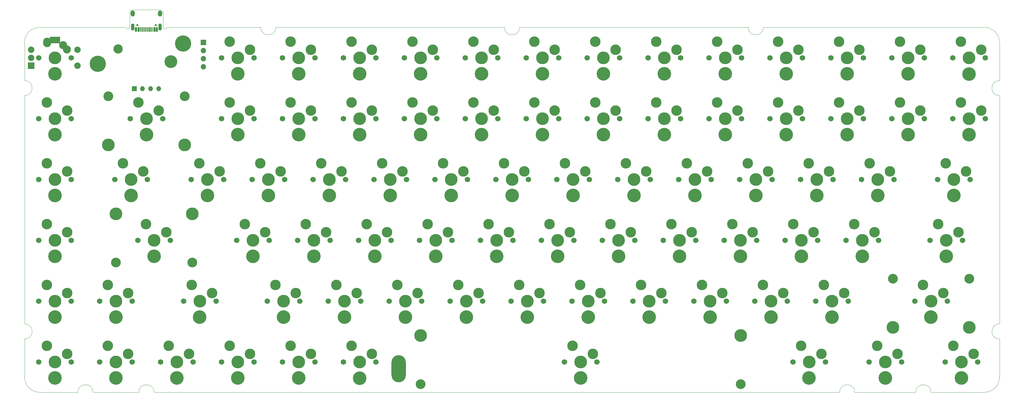
<source format=gbr>
%TF.GenerationSoftware,KiCad,Pcbnew,(6.0.2-0)*%
%TF.CreationDate,2022-03-20T22:32:53+07:00*%
%TF.ProjectId,kb-lone,6b622d6c-6f6e-4652-9e6b-696361645f70,rev?*%
%TF.SameCoordinates,Original*%
%TF.FileFunction,Soldermask,Bot*%
%TF.FilePolarity,Negative*%
%FSLAX46Y46*%
G04 Gerber Fmt 4.6, Leading zero omitted, Abs format (unit mm)*
G04 Created by KiCad (PCBNEW (6.0.2-0)) date 2022-03-20 22:32:53*
%MOMM*%
%LPD*%
G01*
G04 APERTURE LIST*
G04 Aperture macros list*
%AMRoundRect*
0 Rectangle with rounded corners*
0 $1 Rounding radius*
0 $2 $3 $4 $5 $6 $7 $8 $9 X,Y pos of 4 corners*
0 Add a 4 corners polygon primitive as box body*
4,1,4,$2,$3,$4,$5,$6,$7,$8,$9,$2,$3,0*
0 Add four circle primitives for the rounded corners*
1,1,$1+$1,$2,$3*
1,1,$1+$1,$4,$5*
1,1,$1+$1,$6,$7*
1,1,$1+$1,$8,$9*
0 Add four rect primitives between the rounded corners*
20,1,$1+$1,$2,$3,$4,$5,0*
20,1,$1+$1,$4,$5,$6,$7,0*
20,1,$1+$1,$6,$7,$8,$9,0*
20,1,$1+$1,$8,$9,$2,$3,0*%
G04 Aperture macros list end*
%TA.AperFunction,Profile*%
%ADD10C,0.100000*%
%TD*%
%ADD11C,4.250000*%
%ADD12C,3.302000*%
%ADD13C,1.701800*%
%ADD14C,3.987800*%
%ADD15C,4.000000*%
%ADD16C,2.900000*%
%ADD17O,2.500000X3.000000*%
%ADD18C,2.500000*%
%ADD19R,1.524000X1.524000*%
%ADD20O,1.524000X1.524000*%
%ADD21C,3.048000*%
%ADD22O,4.500000X8.500000*%
%ADD23R,1.700000X1.700000*%
%ADD24O,1.700000X1.700000*%
%ADD25C,5.080000*%
%ADD26R,2.000000X2.000000*%
%ADD27C,2.000000*%
%ADD28R,3.200000X2.000000*%
%ADD29C,0.650000*%
%ADD30RoundRect,0.150000X-0.150000X-0.575000X0.150000X-0.575000X0.150000X0.575000X-0.150000X0.575000X0*%
%ADD31RoundRect,0.075000X-0.075000X-0.650000X0.075000X-0.650000X0.075000X0.650000X-0.075000X0.650000X0*%
%ADD32O,1.100000X2.200000*%
%ADD33O,1.300000X1.900000*%
G04 APERTURE END LIST*
D10*
X352425000Y-169068750D02*
G75*
G03*
X357187500Y-164306250I0J4762500D01*
G01*
X357187500Y-71437500D02*
X357187500Y-59531250D01*
X283368750Y-54768750D02*
X352425000Y-54768750D01*
X95690000Y-54768842D02*
G75*
G03*
X96880626Y-54768796I595313J0D01*
G01*
X311943750Y-169068750D02*
G75*
G03*
X307181250Y-169068750I-2381250J0D01*
G01*
X95692892Y-50277104D02*
X95690000Y-54768842D01*
X357187500Y-71437500D02*
G75*
G03*
X357187500Y-76200000I0J-2381250D01*
G01*
X52387500Y-59531250D02*
X52387500Y-71437500D01*
X96880626Y-54768796D02*
X126206250Y-54768750D01*
X52387500Y-76200000D02*
G75*
G03*
X52387500Y-71437500I0J2381250D01*
G01*
X88106250Y-169068750D02*
X73818750Y-169068750D01*
X335756250Y-169068750D02*
G75*
G03*
X330993750Y-169068750I-2381250J0D01*
G01*
X73818750Y-169068750D02*
G75*
G03*
X69056250Y-169068750I-2381250J0D01*
G01*
X311943750Y-169068750D02*
X330993750Y-169068750D01*
X278606250Y-54768750D02*
G75*
G03*
X283368750Y-54768750I2381250J0D01*
G01*
X69056250Y-169068750D02*
X57150000Y-169068750D01*
X52387500Y-164306250D02*
G75*
G03*
X57150000Y-169068750I4762500J0D01*
G01*
X357187500Y-147637500D02*
X357187500Y-76200000D01*
X335756250Y-169068750D02*
X352425000Y-169068750D01*
X86287104Y-49277108D02*
X94692896Y-49277108D01*
X85287108Y-50277104D02*
X85287108Y-54768750D01*
X84096482Y-54768796D02*
X57150000Y-54768750D01*
X52387500Y-152400000D02*
G75*
G03*
X52387500Y-147637500I0J2381250D01*
G01*
X57150000Y-54768750D02*
G75*
G03*
X52387500Y-59531250I0J-4762500D01*
G01*
X357187500Y-59531250D02*
G75*
G03*
X352425000Y-54768750I-4762500J0D01*
G01*
X95692892Y-50277104D02*
G75*
G03*
X94692896Y-49277108I-999996J0D01*
G01*
X202406250Y-54768750D02*
G75*
G03*
X207168750Y-54768750I2381250J0D01*
G01*
X84096482Y-54768796D02*
G75*
G03*
X85287108Y-54768750I595313J0D01*
G01*
X126206250Y-54768750D02*
G75*
G03*
X130968750Y-54768750I2381250J0D01*
G01*
X52387500Y-152400000D02*
X52387500Y-164306250D01*
X357187500Y-147637500D02*
G75*
G03*
X357187500Y-152400000I0J-2381250D01*
G01*
X92868750Y-169068750D02*
G75*
G03*
X88106250Y-169068750I-2381250J0D01*
G01*
X52387500Y-76200000D02*
X52387500Y-147637500D01*
X86287104Y-49277108D02*
G75*
G03*
X85287108Y-50277104I0J-999996D01*
G01*
X307181250Y-169068750D02*
X92868750Y-169068750D01*
X357187500Y-152400000D02*
X357187500Y-164306250D01*
X207168750Y-54768750D02*
X278606250Y-54768750D01*
X130968750Y-54768750D02*
X202406250Y-54768750D01*
D11*
%TO.C,D131*%
X295270000Y-126520000D03*
%TD*%
%TO.C,D143*%
X335750000Y-145570000D03*
%TD*%
D12*
%TO.C,SW56*%
X140335000Y-116363750D03*
X146685000Y-118903750D03*
D13*
X137795000Y-121443750D03*
X147955000Y-121443750D03*
D14*
X142875000Y-121443750D03*
%TD*%
D12*
%TO.C,SW33*%
X303847500Y-99853750D03*
X297497500Y-97313750D03*
D13*
X305117500Y-102393750D03*
D14*
X300037500Y-102393750D03*
D13*
X294957500Y-102393750D03*
%TD*%
D12*
%TO.C,SW72*%
X84772500Y-137953750D03*
D14*
X80962500Y-140493750D03*
D12*
X78422500Y-135413750D03*
D13*
X75882500Y-140493750D03*
X86042500Y-140493750D03*
%TD*%
D11*
%TO.C,D96*%
X138110000Y-69370000D03*
%TD*%
%TO.C,D158*%
X321470000Y-164620000D03*
%TD*%
D13*
%TO.C,SW7*%
X257492500Y-64293750D03*
X247332500Y-64293750D03*
D12*
X249872500Y-59213750D03*
X256222500Y-61753750D03*
D14*
X252412500Y-64293750D03*
%TD*%
D12*
%TO.C,SW81*%
X103822500Y-157003750D03*
D14*
X100012500Y-159543750D03*
D13*
X105092500Y-159543750D03*
X94932500Y-159543750D03*
D12*
X97472500Y-154463750D03*
%TD*%
D11*
%TO.C,D110*%
X138110000Y-88420000D03*
%TD*%
D13*
%TO.C,SW70*%
X128270000Y-140493750D03*
X138430000Y-140493750D03*
D14*
X133350000Y-140493750D03*
D12*
X137160000Y-137953750D03*
X130810000Y-135413750D03*
%TD*%
D13*
%TO.C,SW37*%
X228917500Y-102393750D03*
D12*
X221297500Y-97313750D03*
X227647500Y-99853750D03*
D13*
X218757500Y-102393750D03*
D14*
X223837500Y-102393750D03*
%TD*%
D11*
%TO.C,D117*%
X280990000Y-107470000D03*
%TD*%
%TO.C,D148*%
X228600000Y-145570000D03*
%TD*%
D12*
%TO.C,SW54*%
X184785000Y-118903750D03*
D13*
X175895000Y-121443750D03*
X186055000Y-121443750D03*
D12*
X178435000Y-116363750D03*
D14*
X180975000Y-121443750D03*
%TD*%
%TO.C,SW6*%
X271462500Y-64293750D03*
D12*
X275272500Y-61753750D03*
X268922500Y-59213750D03*
D13*
X266382500Y-64293750D03*
X276542500Y-64293750D03*
%TD*%
D11*
%TO.C,D119*%
X242890000Y-107470000D03*
%TD*%
%TO.C,D111*%
X119060000Y-88420000D03*
%TD*%
D13*
%TO.C,SW74*%
X350361250Y-159543750D03*
D12*
X349091250Y-157003750D03*
D13*
X340201250Y-159543750D03*
D14*
X345281250Y-159543750D03*
D12*
X342741250Y-154463750D03*
%TD*%
%TO.C,SW16*%
X351472500Y-80803750D03*
D14*
X347662500Y-83343750D03*
D12*
X345122500Y-78263750D03*
D13*
X342582500Y-83343750D03*
X352742500Y-83343750D03*
%TD*%
D11*
%TO.C,D123*%
X166690000Y-107470000D03*
%TD*%
D15*
%TO.C,H9*%
X98160000Y-65490000D03*
%TD*%
D13*
%TO.C,SW12*%
X162242500Y-64293750D03*
D14*
X157162500Y-64293750D03*
D13*
X152082500Y-64293750D03*
D12*
X160972500Y-61753750D03*
X154622500Y-59213750D03*
%TD*%
D11*
%TO.C,D149*%
X209550000Y-145570000D03*
%TD*%
D12*
%TO.C,SW75*%
X318928750Y-154463750D03*
D14*
X321468750Y-159543750D03*
D13*
X316388750Y-159543750D03*
D12*
X325278750Y-157003750D03*
D13*
X326548750Y-159543750D03*
%TD*%
D12*
%TO.C,SW39*%
X189547500Y-99853750D03*
D13*
X190817500Y-102393750D03*
D14*
X185737500Y-102393750D03*
D13*
X180657500Y-102393750D03*
D12*
X183197500Y-97313750D03*
%TD*%
D11*
%TO.C,D159*%
X297650000Y-164620000D03*
%TD*%
D12*
%TO.C,SW11*%
X180022500Y-61753750D03*
D13*
X171132500Y-64293750D03*
D14*
X176212500Y-64293750D03*
D13*
X181292500Y-64293750D03*
D12*
X173672500Y-59213750D03*
%TD*%
D16*
%TO.C,H1*%
X81650000Y-61510000D03*
%TD*%
D11*
%TO.C,D136*%
X200020000Y-126520000D03*
%TD*%
D14*
%TO.C,SW15*%
X61930000Y-64330000D03*
D13*
X67010000Y-64330000D03*
X56850000Y-64330000D03*
D17*
X59430000Y-59530000D03*
D18*
X65630000Y-61730000D03*
X64430000Y-60330000D03*
%TD*%
D11*
%TO.C,D88*%
X290510000Y-69370000D03*
%TD*%
D13*
%TO.C,SW27*%
X133032500Y-83343750D03*
D12*
X141922500Y-80803750D03*
D14*
X138112500Y-83343750D03*
D12*
X135572500Y-78263750D03*
D13*
X143192500Y-83343750D03*
%TD*%
D11*
%TO.C,D99*%
X347660000Y-88420000D03*
%TD*%
%TO.C,D127*%
X85720000Y-107470000D03*
%TD*%
%TO.C,D95*%
X157160000Y-69370000D03*
%TD*%
D13*
%TO.C,SW82*%
X86042500Y-159543750D03*
X75882500Y-159543750D03*
D12*
X84772500Y-157003750D03*
X78422500Y-154463750D03*
D14*
X80962500Y-159543750D03*
%TD*%
D11*
%TO.C,D134*%
X238120000Y-126520000D03*
%TD*%
D12*
%TO.C,SW8*%
X230822500Y-59213750D03*
D14*
X233362500Y-64293750D03*
D12*
X237172500Y-61753750D03*
D13*
X228282500Y-64293750D03*
X238442500Y-64293750D03*
%TD*%
%TO.C,SW71*%
X102076250Y-140493750D03*
X112236250Y-140493750D03*
D12*
X110966250Y-137953750D03*
D14*
X107156250Y-140493750D03*
D12*
X104616250Y-135413750D03*
%TD*%
D11*
%TO.C,D163*%
X119060000Y-164620000D03*
%TD*%
D13*
%TO.C,SW83*%
X56832500Y-159543750D03*
D12*
X59372500Y-154463750D03*
D14*
X61912500Y-159543750D03*
D12*
X65722500Y-157003750D03*
D13*
X66992500Y-159543750D03*
%TD*%
D14*
%TO.C,SW41*%
X147637500Y-102393750D03*
D13*
X142557500Y-102393750D03*
D12*
X145097500Y-97313750D03*
X151447500Y-99853750D03*
D13*
X152717500Y-102393750D03*
%TD*%
D11*
%TO.C,D89*%
X271460000Y-69370000D03*
%TD*%
D13*
%TO.C,SW9*%
X219392500Y-64293750D03*
D12*
X218122500Y-61753750D03*
X211772500Y-59213750D03*
D13*
X209232500Y-64293750D03*
D14*
X214312500Y-64293750D03*
%TD*%
%TO.C,SW69*%
X152400000Y-140493750D03*
D13*
X157480000Y-140493750D03*
D12*
X156210000Y-137953750D03*
D13*
X147320000Y-140493750D03*
D12*
X149860000Y-135413750D03*
%TD*%
D11*
%TO.C,D141*%
X92870000Y-126520000D03*
%TD*%
%TO.C,D137*%
X180970000Y-126520000D03*
%TD*%
%TO.C,D155*%
X80960000Y-145570000D03*
%TD*%
D12*
%TO.C,SW18*%
X307022500Y-78263750D03*
D14*
X309562500Y-83343750D03*
D13*
X304482500Y-83343750D03*
D12*
X313372500Y-80803750D03*
D13*
X314642500Y-83343750D03*
%TD*%
D14*
%TO.C,SW24*%
X195262500Y-83343750D03*
D12*
X199072500Y-80803750D03*
D13*
X200342500Y-83343750D03*
D12*
X192722500Y-78263750D03*
D13*
X190182500Y-83343750D03*
%TD*%
D11*
%TO.C,D100*%
X328610000Y-88420000D03*
%TD*%
D12*
%TO.C,SW44*%
X83185000Y-97313750D03*
D13*
X90805000Y-102393750D03*
D14*
X85725000Y-102393750D03*
D12*
X89535000Y-99853750D03*
D13*
X80645000Y-102393750D03*
%TD*%
%TO.C,SW31*%
X337820000Y-102393750D03*
D12*
X346710000Y-99853750D03*
D13*
X347980000Y-102393750D03*
D14*
X342900000Y-102393750D03*
D12*
X340360000Y-97313750D03*
%TD*%
D11*
%TO.C,D156*%
X61910000Y-145570000D03*
%TD*%
%TO.C,D165*%
X80960000Y-164620000D03*
%TD*%
%TO.C,D151*%
X171450000Y-145570000D03*
%TD*%
D12*
%TO.C,SW78*%
X154622500Y-154463750D03*
D14*
X157162500Y-159543750D03*
D12*
X160972500Y-157003750D03*
D13*
X162242500Y-159543750D03*
X152082500Y-159543750D03*
%TD*%
D11*
%TO.C,D93*%
X195260000Y-69370000D03*
%TD*%
D13*
%TO.C,SW26*%
X162242500Y-83343750D03*
X152082500Y-83343750D03*
D12*
X160972500Y-80803750D03*
D14*
X157162500Y-83343750D03*
D12*
X154622500Y-78263750D03*
%TD*%
%TO.C,SW46*%
X337978750Y-116363750D03*
X344328750Y-118903750D03*
D13*
X335438750Y-121443750D03*
X345598750Y-121443750D03*
D14*
X340518750Y-121443750D03*
%TD*%
D12*
%TO.C,SW50*%
X254635000Y-116363750D03*
D13*
X252095000Y-121443750D03*
X262255000Y-121443750D03*
D12*
X260985000Y-118903750D03*
D14*
X257175000Y-121443750D03*
%TD*%
D11*
%TO.C,D125*%
X128590000Y-107470000D03*
%TD*%
%TO.C,D113*%
X61910000Y-88420000D03*
%TD*%
%TO.C,D140*%
X123820000Y-126520000D03*
%TD*%
%TO.C,D122*%
X185740000Y-107470000D03*
%TD*%
%TO.C,D162*%
X138110000Y-164620000D03*
%TD*%
D14*
%TO.C,SW5*%
X290512500Y-64293750D03*
D12*
X287972500Y-59213750D03*
X294322500Y-61753750D03*
D13*
X285432500Y-64293750D03*
X295592500Y-64293750D03*
%TD*%
D11*
%TO.C,D107*%
X195260000Y-88420000D03*
%TD*%
%TO.C,D86*%
X328610000Y-69370000D03*
%TD*%
%TO.C,D142*%
X61910000Y-126520000D03*
%TD*%
%TO.C,D146*%
X266700000Y-145570000D03*
%TD*%
D13*
%TO.C,SW48*%
X290195000Y-121443750D03*
D12*
X292735000Y-116363750D03*
D14*
X295275000Y-121443750D03*
D13*
X300355000Y-121443750D03*
D12*
X299085000Y-118903750D03*
%TD*%
D14*
%TO.C,SW64*%
X247650000Y-140493750D03*
D13*
X252730000Y-140493750D03*
X242570000Y-140493750D03*
D12*
X251460000Y-137953750D03*
X245110000Y-135413750D03*
%TD*%
D11*
%TO.C,D114*%
X342900000Y-107470000D03*
%TD*%
D12*
%TO.C,SW55*%
X165735000Y-118903750D03*
D14*
X161925000Y-121443750D03*
D13*
X156845000Y-121443750D03*
X167005000Y-121443750D03*
D12*
X159385000Y-116363750D03*
%TD*%
%TO.C,SW51*%
X235585000Y-116363750D03*
D13*
X243205000Y-121443750D03*
D12*
X241935000Y-118903750D03*
D14*
X238125000Y-121443750D03*
D13*
X233045000Y-121443750D03*
%TD*%
D12*
%TO.C,SW3*%
X332422500Y-61753750D03*
X326072500Y-59213750D03*
D13*
X323532500Y-64293750D03*
X333692500Y-64293750D03*
D14*
X328612500Y-64293750D03*
%TD*%
D19*
%TO.C,X1*%
X86680000Y-74010000D03*
D20*
X89220000Y-74010000D03*
X91760000Y-74010000D03*
X94300000Y-74010000D03*
%TD*%
D12*
%TO.C,SW59*%
X59372500Y-116363750D03*
X65722500Y-118903750D03*
D13*
X56832500Y-121443750D03*
X66992500Y-121443750D03*
D14*
X61912500Y-121443750D03*
%TD*%
D11*
%TO.C,D124*%
X147640000Y-107470000D03*
%TD*%
D12*
%TO.C,SW17*%
X326072500Y-78263750D03*
D14*
X328612500Y-83343750D03*
D12*
X332422500Y-80803750D03*
D13*
X323532500Y-83343750D03*
X333692500Y-83343750D03*
%TD*%
D14*
%TO.C,SW67*%
X190500000Y-140493750D03*
D12*
X187960000Y-135413750D03*
D13*
X185420000Y-140493750D03*
D12*
X194310000Y-137953750D03*
D13*
X195580000Y-140493750D03*
%TD*%
D14*
%TO.C,SW40*%
X166687500Y-102393750D03*
D13*
X161607500Y-102393750D03*
X171767500Y-102393750D03*
D12*
X170497500Y-99853750D03*
X164147500Y-97313750D03*
%TD*%
D13*
%TO.C,SW43*%
X114617500Y-102393750D03*
D14*
X109537500Y-102393750D03*
D12*
X106997500Y-97313750D03*
X113347500Y-99853750D03*
D13*
X104457500Y-102393750D03*
%TD*%
D11*
%TO.C,D157*%
X345280000Y-164620000D03*
%TD*%
%TO.C,D154*%
X107150000Y-145570000D03*
%TD*%
%TO.C,D138*%
X161920000Y-126520000D03*
%TD*%
%TO.C,D139*%
X142870000Y-126520000D03*
%TD*%
%TO.C,D112*%
X90490000Y-88420000D03*
%TD*%
D12*
%TO.C,SW60*%
X339566250Y-137953750D03*
D13*
X330676250Y-140493750D03*
X340836250Y-140493750D03*
D14*
X323818250Y-148748750D03*
X347694250Y-148748750D03*
D12*
X333216250Y-135413750D03*
D21*
X323818250Y-133508750D03*
D14*
X335756250Y-140493750D03*
D21*
X347694250Y-133508750D03*
%TD*%
D11*
%TO.C,D118*%
X261940000Y-107470000D03*
%TD*%
%TO.C,D161*%
X157170000Y-164640000D03*
%TD*%
%TO.C,D144*%
X304800000Y-145570000D03*
%TD*%
D12*
%TO.C,SW35*%
X265747500Y-99853750D03*
D13*
X256857500Y-102393750D03*
D12*
X259397500Y-97313750D03*
D14*
X261937500Y-102393750D03*
D13*
X267017500Y-102393750D03*
%TD*%
D12*
%TO.C,SW25*%
X180022500Y-80803750D03*
D13*
X171132500Y-83343750D03*
D12*
X173672500Y-78263750D03*
D14*
X176212500Y-83343750D03*
D13*
X181292500Y-83343750D03*
%TD*%
D12*
%TO.C,SW49*%
X273685000Y-116363750D03*
D13*
X271145000Y-121443750D03*
D12*
X280035000Y-118903750D03*
D13*
X281305000Y-121443750D03*
D14*
X276225000Y-121443750D03*
%TD*%
%TO.C,SW2*%
X347662500Y-64293750D03*
D13*
X352742500Y-64293750D03*
D12*
X345122500Y-59213750D03*
D13*
X342582500Y-64293750D03*
D12*
X351472500Y-61753750D03*
%TD*%
%TO.C,SW21*%
X256222500Y-80803750D03*
D13*
X257492500Y-83343750D03*
D14*
X252412500Y-83343750D03*
D12*
X249872500Y-78263750D03*
D13*
X247332500Y-83343750D03*
%TD*%
D11*
%TO.C,D94*%
X176210000Y-69370000D03*
%TD*%
D12*
%TO.C,SW73*%
X65722500Y-137953750D03*
D14*
X61912500Y-140493750D03*
D13*
X66992500Y-140493750D03*
X56832500Y-140493750D03*
D12*
X59372500Y-135413750D03*
%TD*%
D11*
%TO.C,D90*%
X252410000Y-69370000D03*
%TD*%
%TO.C,D135*%
X219070000Y-126520000D03*
%TD*%
D14*
%TO.C,SW47*%
X314325000Y-121443750D03*
D13*
X309245000Y-121443750D03*
D12*
X311785000Y-116363750D03*
D13*
X319405000Y-121443750D03*
D12*
X318135000Y-118903750D03*
%TD*%
D11*
%TO.C,D166*%
X61910000Y-164620000D03*
%TD*%
D12*
%TO.C,SW14*%
X116522500Y-59213750D03*
D13*
X113982500Y-64293750D03*
D14*
X119062500Y-64293750D03*
D12*
X122872500Y-61753750D03*
D13*
X124142500Y-64293750D03*
%TD*%
D14*
%TO.C,SW36*%
X242887500Y-102393750D03*
D12*
X240347500Y-97313750D03*
D13*
X237807500Y-102393750D03*
D12*
X246697500Y-99853750D03*
D13*
X247967500Y-102393750D03*
%TD*%
D11*
%TO.C,D87*%
X309560000Y-69370000D03*
%TD*%
D12*
%TO.C,SW65*%
X226060000Y-135413750D03*
D13*
X233680000Y-140493750D03*
D12*
X232410000Y-137953750D03*
D13*
X223520000Y-140493750D03*
D14*
X228600000Y-140493750D03*
%TD*%
D11*
%TO.C,D150*%
X190500000Y-145570000D03*
%TD*%
D13*
%TO.C,SW61*%
X299720000Y-140493750D03*
D14*
X304800000Y-140493750D03*
D12*
X302260000Y-135413750D03*
D13*
X309880000Y-140493750D03*
D12*
X308610000Y-137953750D03*
%TD*%
D11*
%TO.C,D97*%
X119060000Y-69370000D03*
%TD*%
D13*
%TO.C,SW30*%
X66992500Y-83343750D03*
D12*
X65722500Y-80803750D03*
D14*
X61912500Y-83343750D03*
D12*
X59372500Y-78263750D03*
D13*
X56832500Y-83343750D03*
%TD*%
D14*
%TO.C,SW57*%
X123825000Y-121443750D03*
D13*
X118745000Y-121443750D03*
D12*
X127635000Y-118903750D03*
D13*
X128905000Y-121443750D03*
D12*
X121285000Y-116363750D03*
%TD*%
D11*
%TO.C,D128*%
X61910000Y-107470000D03*
%TD*%
%TO.C,D102*%
X290510000Y-88420000D03*
%TD*%
%TO.C,D98*%
X61910000Y-69370000D03*
%TD*%
%TO.C,D92*%
X214310000Y-69370000D03*
%TD*%
%TO.C,D147*%
X247650000Y-145570000D03*
%TD*%
%TO.C,D126*%
X109540000Y-107470000D03*
%TD*%
D13*
%TO.C,SW22*%
X238442500Y-83343750D03*
D12*
X237172500Y-80803750D03*
D14*
X233362500Y-83343750D03*
D12*
X230822500Y-78263750D03*
D13*
X228282500Y-83343750D03*
%TD*%
D11*
%TO.C,D109*%
X157160000Y-88420000D03*
%TD*%
%TO.C,D85*%
X347662500Y-69375000D03*
%TD*%
%TO.C,D130*%
X314320000Y-126520000D03*
%TD*%
%TO.C,D116*%
X300040000Y-107470000D03*
%TD*%
D13*
%TO.C,SW34*%
X275907500Y-102393750D03*
D14*
X280987500Y-102393750D03*
D12*
X278447500Y-97313750D03*
X284797500Y-99853750D03*
D13*
X286067500Y-102393750D03*
%TD*%
D11*
%TO.C,D145*%
X285750000Y-145570000D03*
%TD*%
D14*
%TO.C,SW52*%
X219075000Y-121443750D03*
D12*
X222885000Y-118903750D03*
X216535000Y-116363750D03*
D13*
X213995000Y-121443750D03*
X224155000Y-121443750D03*
%TD*%
D14*
%TO.C,SW63*%
X266700000Y-140493750D03*
D13*
X261620000Y-140493750D03*
D12*
X270510000Y-137953750D03*
D13*
X271780000Y-140493750D03*
D12*
X264160000Y-135413750D03*
%TD*%
%TO.C,SW45*%
X65722500Y-99853750D03*
D14*
X61912500Y-102393750D03*
D12*
X59372500Y-97313750D03*
D13*
X66992500Y-102393750D03*
X56832500Y-102393750D03*
%TD*%
D12*
%TO.C,SW20*%
X275272500Y-80803750D03*
D13*
X266382500Y-83343750D03*
X276542500Y-83343750D03*
D14*
X271462500Y-83343750D03*
D12*
X268922500Y-78263750D03*
%TD*%
D11*
%TO.C,D153*%
X133350000Y-145570000D03*
%TD*%
D12*
%TO.C,SW4*%
X313372500Y-61753750D03*
D14*
X309562500Y-64293750D03*
D13*
X304482500Y-64293750D03*
D12*
X307022500Y-59213750D03*
D13*
X314642500Y-64293750D03*
%TD*%
D11*
%TO.C,D103*%
X271460000Y-88420000D03*
%TD*%
D12*
%TO.C,SW42*%
X132397500Y-99853750D03*
D14*
X128587500Y-102393750D03*
D13*
X133667500Y-102393750D03*
X123507500Y-102393750D03*
D12*
X126047500Y-97313750D03*
%TD*%
D13*
%TO.C,SW76*%
X302736250Y-159543750D03*
D12*
X301466250Y-157003750D03*
X295116250Y-154463750D03*
D14*
X297656250Y-159543750D03*
D13*
X292576250Y-159543750D03*
%TD*%
%TO.C,SW38*%
X209867500Y-102393750D03*
X199707500Y-102393750D03*
D12*
X208597500Y-99853750D03*
X202247500Y-97313750D03*
D14*
X204787500Y-102393750D03*
%TD*%
%TO.C,SW58*%
X104806750Y-113188750D03*
D21*
X104806750Y-128428750D03*
D13*
X97948750Y-121443750D03*
X87788750Y-121443750D03*
D14*
X80930750Y-113188750D03*
X92868750Y-121443750D03*
D12*
X90328750Y-116363750D03*
D21*
X80930750Y-128428750D03*
D12*
X96678750Y-118903750D03*
%TD*%
D11*
%TO.C,D152*%
X152400000Y-145570000D03*
%TD*%
%TO.C,D106*%
X214310000Y-88420000D03*
%TD*%
D12*
%TO.C,SW32*%
X322897500Y-99853750D03*
D13*
X324167500Y-102393750D03*
X314007500Y-102393750D03*
D12*
X316547500Y-97313750D03*
D14*
X319087500Y-102393750D03*
%TD*%
D11*
%TO.C,D108*%
X176210000Y-88420000D03*
%TD*%
%TO.C,D104*%
X252410000Y-88420000D03*
%TD*%
D21*
%TO.C,SW29*%
X102425500Y-76358750D03*
D13*
X85407500Y-83343750D03*
D14*
X102425500Y-91598750D03*
D13*
X95567500Y-83343750D03*
D12*
X94297500Y-80803750D03*
D21*
X78549500Y-76358750D03*
D12*
X87947500Y-78263750D03*
D14*
X78549500Y-91598750D03*
X90487500Y-83343750D03*
%TD*%
D11*
%TO.C,D105*%
X233360000Y-88420000D03*
%TD*%
D13*
%TO.C,SW68*%
X176530000Y-140493750D03*
D14*
X171450000Y-140493750D03*
D12*
X168910000Y-135413750D03*
X175260000Y-137953750D03*
D13*
X166370000Y-140493750D03*
%TD*%
D12*
%TO.C,SW53*%
X197485000Y-116363750D03*
X203835000Y-118903750D03*
D13*
X194945000Y-121443750D03*
X205105000Y-121443750D03*
D14*
X200025000Y-121443750D03*
%TD*%
D11*
%TO.C,D132*%
X276220000Y-126520000D03*
%TD*%
D13*
%TO.C,SW79*%
X133032500Y-159543750D03*
X143192500Y-159543750D03*
D12*
X141922500Y-157003750D03*
D14*
X138112500Y-159543750D03*
D12*
X135572500Y-154463750D03*
%TD*%
%TO.C,SW10*%
X192722500Y-59213750D03*
D13*
X200342500Y-64293750D03*
X190182500Y-64293750D03*
D12*
X199072500Y-61753750D03*
D14*
X195262500Y-64293750D03*
%TD*%
D11*
%TO.C,D115*%
X319090000Y-107470000D03*
%TD*%
D12*
%TO.C,SW80*%
X116522500Y-154463750D03*
D13*
X124142500Y-159543750D03*
D14*
X119062500Y-159543750D03*
D12*
X122872500Y-157003750D03*
D13*
X113982500Y-159543750D03*
%TD*%
D11*
%TO.C,D129*%
X340520000Y-126520000D03*
%TD*%
D12*
%TO.C,SW13*%
X135572500Y-59213750D03*
X141922500Y-61753750D03*
D13*
X133032500Y-64293750D03*
X143192500Y-64293750D03*
D14*
X138112500Y-64293750D03*
%TD*%
%TO.C,SW62*%
X285750000Y-140493750D03*
D13*
X290830000Y-140493750D03*
D12*
X289560000Y-137953750D03*
D13*
X280670000Y-140493750D03*
D12*
X283210000Y-135413750D03*
%TD*%
D11*
%TO.C,D164*%
X100010000Y-164620000D03*
%TD*%
D12*
%TO.C,SW77*%
X230028750Y-157003750D03*
D14*
X176180750Y-151288750D03*
D12*
X223678750Y-154463750D03*
D13*
X231298750Y-159543750D03*
D14*
X276256750Y-151288750D03*
D13*
X221138750Y-159543750D03*
D14*
X226218750Y-159543750D03*
D21*
X176180750Y-166528750D03*
X276256750Y-166528750D03*
%TD*%
D12*
%TO.C,SW28*%
X122872500Y-80803750D03*
D14*
X119062500Y-83343750D03*
D12*
X116522500Y-78263750D03*
D13*
X124142500Y-83343750D03*
X113982500Y-83343750D03*
%TD*%
D11*
%TO.C,D121*%
X204790000Y-107470000D03*
%TD*%
%TO.C,D120*%
X223840000Y-107470000D03*
%TD*%
D22*
%TO.C,M1*%
X169370000Y-161730000D03*
%TD*%
D11*
%TO.C,D101*%
X309560000Y-88420000D03*
%TD*%
%TO.C,D91*%
X233360000Y-69370000D03*
%TD*%
D13*
%TO.C,SW23*%
X209232500Y-83343750D03*
D14*
X214312500Y-83343750D03*
D12*
X218122500Y-80803750D03*
X211772500Y-78263750D03*
D13*
X219392500Y-83343750D03*
%TD*%
D12*
%TO.C,SW66*%
X207010000Y-135413750D03*
D13*
X214630000Y-140493750D03*
D12*
X213360000Y-137953750D03*
D14*
X209550000Y-140493750D03*
D13*
X204470000Y-140493750D03*
%TD*%
D11*
%TO.C,D160*%
X226220000Y-164620000D03*
%TD*%
%TO.C,D133*%
X257170000Y-126520000D03*
%TD*%
D13*
%TO.C,SW19*%
X295592500Y-83343750D03*
D12*
X294322500Y-80803750D03*
D14*
X290512500Y-83343750D03*
D12*
X287972500Y-78263750D03*
D13*
X285432500Y-83343750D03*
%TD*%
D23*
%TO.C,J4*%
X108280000Y-59469000D03*
D24*
X108280000Y-62009000D03*
X108280000Y-64549000D03*
X108280000Y-67089000D03*
D25*
X101930000Y-59850000D03*
X75260000Y-66200000D03*
%TD*%
D26*
%TO.C,SW84*%
X54430000Y-66830000D03*
D27*
X54430000Y-61830000D03*
X54430000Y-64330000D03*
D28*
X61930000Y-58730000D03*
X61930000Y-69930000D03*
D27*
X68930000Y-61830000D03*
X68930000Y-66830000D03*
%TD*%
D29*
%TO.C,J1*%
X93380000Y-54131500D03*
X87600000Y-54131500D03*
D30*
X87240000Y-55457500D03*
X88040000Y-55457500D03*
D31*
X89240000Y-55457500D03*
X90236000Y-55457500D03*
X90740000Y-55457500D03*
X91740000Y-55457500D03*
D30*
X93740000Y-55457500D03*
X92940000Y-55457500D03*
D31*
X92240000Y-55457500D03*
X91240000Y-55457500D03*
X89740000Y-55457500D03*
X88740000Y-55457500D03*
D32*
X94790000Y-54682500D03*
D33*
X86190000Y-50482500D03*
D32*
X86190000Y-54682500D03*
D33*
X94790000Y-50482500D03*
%TD*%
M02*

</source>
